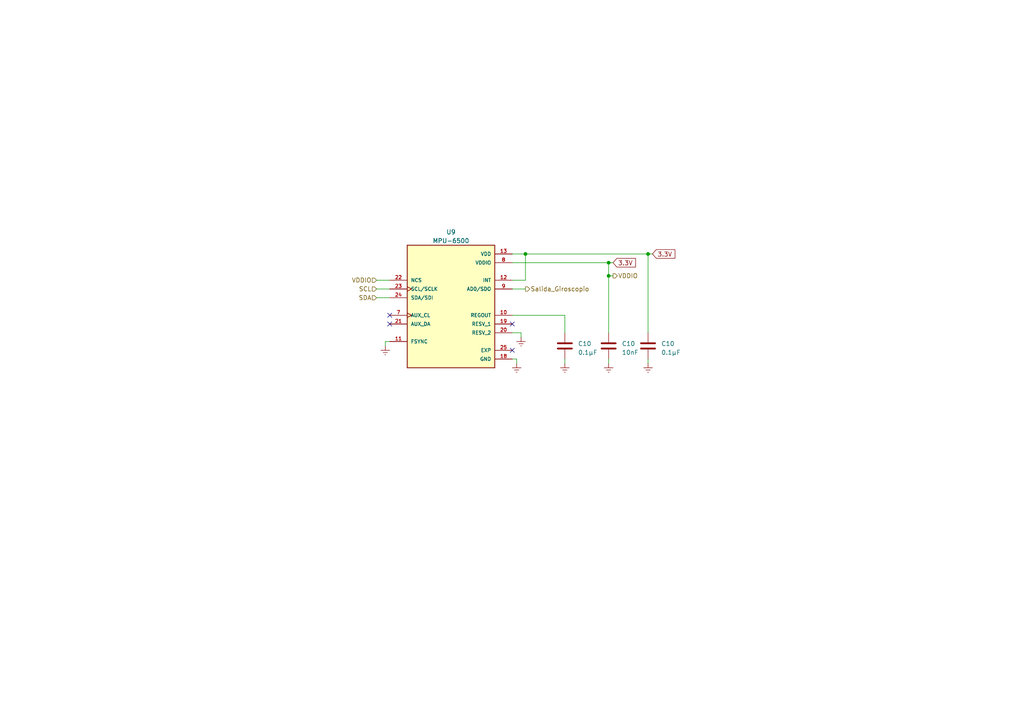
<source format=kicad_sch>
(kicad_sch (version 20230121) (generator eeschema)
  (paper "A4")
  (lib_symbols
    (symbol "Device:C" (pin_numbers hide) (pin_names (offset 0.254))
      (property "Reference" "C" (at 0.635 2.54 0))
      (property "Value" "C" (at 0.635 -2.54 0))
      (symbol "C_0_1"
        (polyline (pts (xy -2.032 -0.762) (xy 2.032 -0.762)) (stroke (width 0.508)))
        (polyline (pts (xy -2.032 0.762) (xy 2.032 0.762)) (stroke (width 0.508)))
      )
      (symbol "C_1_1"
        (pin passive line (at 0 3.81 270) (length 2.794) (name "~") (number "1"))
        (pin passive line (at 0 -3.81 90) (length 2.794) (name "~") (number "2"))
      )
    )
    (symbol "MPU-6500:MPU-6500" (pin_names (offset 1.016))
      (property "Reference" "U" (at -12.7 19.05 0))
      (property "Value" "MPU-6500" (at -12.7 -19.05 0))
      (symbol "MPU-6500_0_0"
        (rectangle (start -12.7 -17.78) (end 12.7 17.78) (stroke (width 0.254)) (fill (type background)))
        (pin output line (at 17.78 -2.54 180) (length 5.08) (name "REGOUT") (number "10"))
        (pin input line (at -17.78 -10.16 0) (length 5.08) (name "FSYNC") (number "11"))
        (pin output line (at 17.78 7.62 180) (length 5.08) (name "INT") (number "12"))
        (pin power_in line (at 17.78 15.24 180) (length 5.08) (name "VDD") (number "13"))
        (pin power_in line (at 17.78 -15.24 180) (length 5.08) (name "GND") (number "18"))
        (pin passive line (at 17.78 -5.08 180) (length 5.08) (name "RESV_1") (number "19"))
        (pin passive line (at 17.78 -7.62 180) (length 5.08) (name "RESV_2") (number "20"))
        (pin bidirectional line (at -17.78 -5.08 0) (length 5.08) (name "AUX_DA") (number "21"))
        (pin input line (at -17.78 7.62 0) (length 5.08) (name "NCS") (number "22"))
        (pin input clock (at -17.78 5.08 0) (length 5.08) (name "SCL/SCLK") (number "23"))
        (pin bidirectional line (at -17.78 2.54 0) (length 5.08) (name "SDA/SDI") (number "24"))
        (pin passive line (at 17.78 -12.7 180) (length 5.08) (name "EXP") (number "25"))
        (pin input clock (at -17.78 -2.54 0) (length 5.08) (name "AUX_CL") (number "7"))
        (pin power_in line (at 17.78 12.7 180) (length 5.08) (name "VDDIO") (number "8"))
        (pin output line (at 17.78 5.08 180) (length 5.08) (name "AD0/SDO") (number "9"))
      )
    )
    (symbol "power:Earth" (power) (pin_names (offset 0))
      (symbol "Earth_0_1"
        (polyline (pts (xy -0.635 -1.905) (xy 0.635 -1.905)))
        (polyline (pts (xy -0.127 -2.54) (xy 0.127 -2.54)))
        (polyline (pts (xy 0 -1.27) (xy 0 0)))
        (polyline (pts (xy 1.27 -1.27) (xy -1.27 -1.27)))
      )
      (symbol "Earth_1_1"
        (pin power_in line (at 0 0 270) (length 0) hide (name "Earth") (number "1"))
      )
    )
  )
  (junction (at 176.53 76.2))
  (junction (at 176.53 80.01))
  (junction (at 152.4 73.66))
  (junction (at 187.96 73.66))
  (no_connect (at 148.59 101.6))
  (no_connect (at 113.03 93.98))
  (no_connect (at 113.03 91.44))
  (no_connect (at 148.59 93.98))
  (wire (pts (xy 109.22 86.36) (xy 113.03 86.36)))
  (wire (pts (xy 151.13 97.79) (xy 151.13 96.52)))
  (wire (pts (xy 176.53 105.41) (xy 176.53 104.14)))
  (wire (pts (xy 148.59 83.82) (xy 152.4 83.82)))
  (wire (pts (xy 152.4 73.66) (xy 152.4 81.28)))
  (wire (pts (xy 148.59 76.2) (xy 176.53 76.2)))
  (wire (pts (xy 148.59 81.28) (xy 152.4 81.28)))
  (wire (pts (xy 163.83 91.44) (xy 148.59 91.44)))
  (wire (pts (xy 176.53 80.01) (xy 177.8 80.01)))
  (wire (pts (xy 187.96 104.14) (xy 187.96 105.41)))
  (wire (pts (xy 149.86 104.14) (xy 148.59 104.14)))
  (wire (pts (xy 176.53 76.2) (xy 176.53 80.01)))
  (wire (pts (xy 109.22 81.28) (xy 113.03 81.28)))
  (wire (pts (xy 176.53 80.01) (xy 176.53 96.52)))
  (wire (pts (xy 163.83 104.14) (xy 163.83 105.41)))
  (wire (pts (xy 163.83 96.52) (xy 163.83 91.44)))
  (wire (pts (xy 176.53 76.2) (xy 177.8 76.2)))
  (wire (pts (xy 187.96 73.66) (xy 152.4 73.66)))
  (wire (pts (xy 149.86 105.41) (xy 149.86 104.14)))
  (wire (pts (xy 151.13 96.52) (xy 148.59 96.52)))
  (wire (pts (xy 187.96 73.66) (xy 189.23 73.66)))
  (wire (pts (xy 109.22 83.82) (xy 113.03 83.82)))
  (wire (pts (xy 113.03 99.06) (xy 111.76 99.06)))
  (wire (pts (xy 152.4 73.66) (xy 148.59 73.66)))
  (wire (pts (xy 187.96 96.52) (xy 187.96 73.66)))
  (wire (pts (xy 111.76 99.06) (xy 111.76 100.33)))
  (global_label "3.3V" (shape input) (at 177.8 76.2 0) (property "Intersheetrefs" "${INTERSHEET_REFS}" (effects hide)))
  (global_label "3.3V" (shape input) (at 189.23 73.66 0) (property "Intersheetrefs" "${INTERSHEET_REFS}" (effects hide)))
  (hierarchical_label "SDA" (shape input) (at 109.22 86.36 180))
  (hierarchical_label "VDDIO" (shape input) (at 109.22 81.28 180))
  (hierarchical_label "VDDIO" (shape output) (at 177.8 80.01 0))
  (hierarchical_label "Salida_Giroscopio" (shape output) (at 152.4 83.82 0))
  (hierarchical_label "SCL" (shape input) (at 109.22 83.82 180))
  (symbol (lib_id "power:Earth") (at 176.53 105.41 0) (unit 1)
    (property "Reference" "#PWR03" (effects hide))
    (property "Value" "Earth" (effects hide))
    (instances (project "KISS_V2" (path "" (reference "#PWR03") (unit 1)) (path "" (reference "#PWR013") (unit 1)) (path "" (reference "#PWR017") (unit 1))))
  )
  (symbol (lib_id "Device:C") (at 176.53 100.33 180) (unit 1)
    (property "Reference" "C10" (at 180.34 99.695 0) (effects (justify right)))
    (property "Value" "10nF" (at 180.34 102.235 0) (effects (justify right)))
    (property "Footprint" "Capacitor_SMD:C_0603_1608Metric" (effects hide))
    (instances (project "KISS_V2" (path "" (reference "C10") (unit 1)) (path "" (reference "C14") (unit 1))))
  )
  (symbol (lib_id "Device:C") (at 187.96 100.33 180) (unit 1)
    (property "Reference" "C10" (at 191.77 99.695 0) (effects (justify right)))
    (property "Value" "0.1μF" (at 191.77 102.235 0) (effects (justify right)))
    (property "Footprint" "Capacitor_SMD:C_0603_1608Metric" (effects hide))
    (instances (project "KISS_V2" (path "" (reference "C10") (unit 1)) (path "" (reference "C12") (unit 1))))
  )
  (symbol (lib_id "power:Earth") (at 187.96 105.41 0) (unit 1)
    (property "Reference" "#PWR03" (effects hide))
    (property "Value" "Earth" (effects hide))
    (instances (project "KISS_V2" (path "" (reference "#PWR03") (unit 1)) (path "" (reference "#PWR013") (unit 1)) (path "" (reference "#PWR019") (unit 1))))
  )
  (symbol (lib_id "power:Earth") (at 149.86 105.41 0) (unit 1)
    (property "Reference" "#PWR03" (effects hide))
    (property "Value" "Earth" (effects hide))
    (instances (project "KISS_V2" (path "" (reference "#PWR03") (unit 1)) (path "" (reference "#PWR013") (unit 1)) (path "" (reference "#PWR020") (unit 1))))
  )
  (symbol (lib_id "MPU-6500:MPU-6500") (at 130.81 88.9 0) (unit 1)
    (property "Reference" "U9" (at 130.81 67.31 0))
    (property "Value" "MPU-6500" (at 130.81 69.85 0))
    (property "Footprint" "MPU-6500:QFN40P300X300X95-25N" (effects hide))
    (property "B_MIN" "0.15" (effects hide))
    (property "D_NOM" "3.0" (effects hide))
    (property "MAXIMUM_PACKAGE_HEIGHT" "0.95 mm" (effects hide))
    (property "D2_NOM" "1.7" (effects hide))
    (property "E2_NOM" "1.54" (effects hide))
    (property "E_NOM" "3.0" (effects hide))
    (property "D_MIN" "2.9" (effects hide))
    (property "PARTREV" "1.3" (effects hide))
    (property "L_NOM" "0.3" (effects hide))
    (property "L_MAX" "0.25" (effects hide))
    (property "PIN_COUNT_D" "6.0" (effects hide))
    (property "PIN_COUNT_E" "6.0" (effects hide))
    (property "D_MAX" "3.1" (effects hide))
    (property "ENOM" "0.4" (effects hide))
    (property "L_MIN" "0.15" (effects hide))
    (property "MANUFACTURER" "TDK InvenSense" (effects hide))
    (property "STANDARD" "IPC 7351B" (effects hide))
    (property "B_MAX" "0.25" (effects hide))
    (property "E_MIN" "2.9" (effects hide))
    (property "E_MAX" "3.1" (effects hide))
    (property "B_NOM" "0.2" (effects hide))
  )
  (symbol (lib_id "power:Earth") (at 163.83 105.41 0) (unit 1)
    (property "Reference" "#PWR03" (effects hide))
    (property "Value" "Earth" (effects hide))
    (instances (project "KISS_V2" (path "" (reference "#PWR03") (unit 1)) (path "" (reference "#PWR013") (unit 1)) (path "" (reference "#PWR018") (unit 1))))
  )
  (symbol (lib_id "Device:C") (at 163.83 100.33 0) (unit 1)
    (property "Reference" "C10" (at 167.64 99.695 0) (effects (justify left)))
    (property "Value" "0.1μF" (at 167.64 102.235 0) (effects (justify left)))
    (property "Footprint" "Capacitor_SMD:C_0603_1608Metric" (effects hide))
    (instances (project "KISS_V2" (path "" (reference "C10") (unit 1)) (path "" (reference "C13") (unit 1))))
  )
  (symbol (lib_id "power:Earth") (at 151.13 97.79 0) (unit 1)
    (property "Reference" "#PWR03" (effects hide))
    (property "Value" "Earth" (effects hide))
    (instances (project "KISS_V2" (path "" (reference "#PWR03") (unit 1)) (path "" (reference "#PWR013") (unit 1)) (path "" (reference "#PWR022") (unit 1))))
  )
  (symbol (lib_id "power:Earth") (at 111.76 100.33 0) (unit 1)
    (property "Reference" "#PWR03" (effects hide))
    (property "Value" "Earth" (effects hide))
    (instances (project "KISS_V2" (path "" (reference "#PWR03") (unit 1)) (path "" (reference "#PWR013") (unit 1)) (path "" (reference "#PWR021") (unit 1))))
  )
)
</source>
